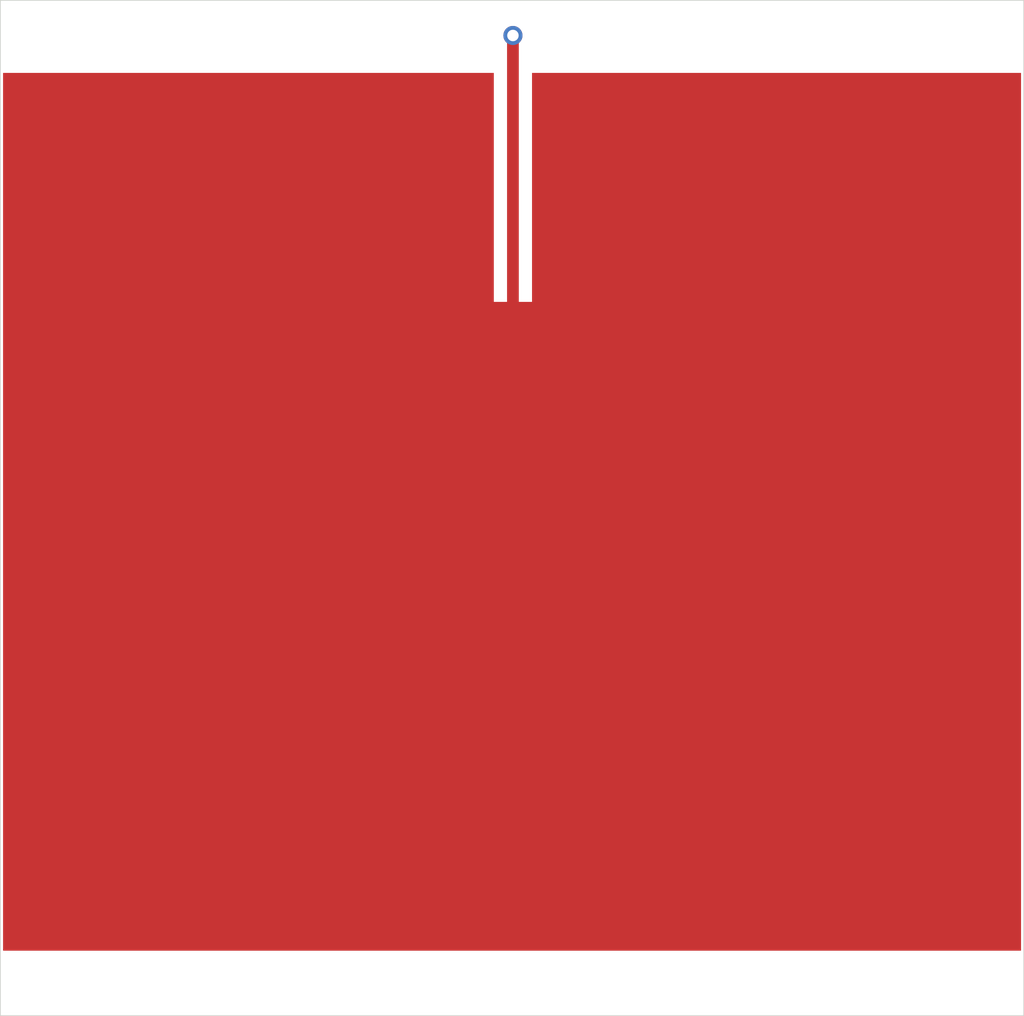
<source format=kicad_pcb>
(kicad_pcb (version 20170123) (host pcbnew no-vcs-found-7587~57~ubuntu14.04.1)

  (general
    (links 0)
    (no_connects 0)
    (area 21.949999 20.449999 156.050001 153.550001)
    (thickness 1.6)
    (drawings 4)
    (tracks 0)
    (zones 0)
    (modules 5)
    (nets 2)
  )

  (page A0)
  (layers
    (0 F.Cu signal)
    (31 B.Cu signal hide)
    (40 Dwgs.User user)
    (44 Edge.Cuts user)
  )

  (setup
    (last_trace_width 0.2)
    (trace_clearance 0.2)
    (zone_clearance 0.508)
    (zone_45_only no)
    (trace_min 0.2)
    (segment_width 0.2)
    (edge_width 0.15)
    (via_size 0.8)
    (via_drill 0.4)
    (via_min_size 0.4)
    (via_min_drill 0.3)
    (uvia_size 0.3)
    (uvia_drill 0.1)
    (uvias_allowed no)
    (uvia_min_size 0.2)
    (uvia_min_drill 0.1)
    (pcb_text_width 0.3)
    (pcb_text_size 1.5 1.5)
    (mod_edge_width 0.15)
    (mod_text_size 1 1)
    (mod_text_width 0.15)
    (pad_size 3.2 3.2)
    (pad_drill 3.2)
    (pad_to_mask_clearance 0.2)
    (aux_axis_origin 0 0)
    (visible_elements FFFFFF7F)
    (pcbplotparams
      (layerselection 0x01000_7fffffff)
      (usegerberextensions true)
      (excludeedgelayer true)
      (linewidth 0.100000)
      (plotframeref false)
      (viasonmask false)
      (mode 1)
      (useauxorigin false)
      (hpglpennumber 1)
      (hpglpenspeed 20)
      (hpglpendiameter 15)
      (psnegative false)
      (psa4output false)
      (plotreference false)
      (plotvalue false)
      (plotinvisibletext false)
      (padsonsilk false)
      (subtractmaskfromsilk false)
      (outputformat 1)
      (mirror false)
      (drillshape 0)
      (scaleselection 1)
      (outputdirectory ""))
  )

  (net 0 "")
  (net 1 Antennas)

  (net_class Default ""
    (clearance 0.2)
    (trace_width 0.2)
    (via_dia 0.8)
    (via_drill 0.4)
    (uvia_dia 0.3)
    (uvia_drill 0.1)
    (add_net Antennas)
  )

  (module X0 (layer F.Cu) (tedit 58991E37) (tstamp 588AD8C3)
    (at 27 148.5)
    (fp_text reference "" (at 0 0) (layer F.SilkS)
      (effects (font (thickness 0.15)))
    )
    (fp_text value "" (at 0 0) (layer F.SilkS)
      (effects (font (thickness 0.15)))
    )
    (pad "" np_thru_hole circle (at 0 0) (size 3.2 3.2) (drill 3.2) (layers *.Cu *.Mask)
      (zone_connect 2))
  )

  (module X0 (layer F.Cu) (tedit 58991E3C) (tstamp 588AD8BD)
    (at 151 148.5)
    (fp_text reference "" (at 0 0) (layer F.SilkS)
      (effects (font (thickness 0.15)))
    )
    (fp_text value "" (at 0 0) (layer F.SilkS)
      (effects (font (thickness 0.15)))
    )
    (pad "" np_thru_hole circle (at 0 0) (size 3.2 3.2) (drill 3.2) (layers *.Cu *.Mask)
      (zone_connect 2))
  )

  (module X0 (layer F.Cu) (tedit 58991E2E) (tstamp 588AD896)
    (at 151 25.5)
    (fp_text reference "" (at 0 0) (layer F.SilkS)
      (effects (font (thickness 0.15)))
    )
    (fp_text value "" (at 0 0) (layer F.SilkS)
      (effects (font (thickness 0.15)))
    )
    (pad "" np_thru_hole circle (at 0 0) (size 3.2 3.2) (drill 3.2) (layers *.Cu *.Mask)
      (zone_connect 2))
  )

  (module X0 (layer F.Cu) (tedit 58991E22) (tstamp 588AD830)
    (at 27 25.5)
    (fp_text reference "" (at 0 0) (layer F.SilkS)
      (effects (font (thickness 0.15)))
    )
    (fp_text value "" (at 0 0) (layer F.SilkS)
      (effects (font (thickness 0.15)))
    )
    (pad "" np_thru_hole circle (at 0 0) (size 3.2 3.2) (drill 3.2) (layers *.Cu *.Mask)
      (zone_connect 2))
  )

  (module X0 (layer F.Cu) (tedit 0) (tstamp 0)
    (at 89.115 25.1)
    (fp_text reference "" (at 0 0) (layer F.SilkS)
      (effects (font (thickness 0.15)))
    )
    (fp_text value "" (at 0 0) (layer F.SilkS)
      (effects (font (thickness 0.15)))
    )
    (pad 1 thru_hole circle (at 0 0) (size 2.5 2.5) (drill 1.5) (layers F.Cu)
      (net 1 Antennas) (zone_connect 2))
  )

  (gr_line (start 22 153.5) (end 22 20.5) (layer Edge.Cuts) (width 0.1))
  (gr_line (start 22 20.5) (end 156 20.5) (layer Edge.Cuts) (width 0.1))
  (gr_line (start 156 20.5) (end 156 153.5) (layer Edge.Cuts) (width 0.1))
  (gr_line (start 156 153.5) (end 22 153.5) (layer Edge.Cuts) (width 0.1))

  (zone (net 1) (net_name Antennas) (layer F.Cu) (tstamp 0) (hatch edge 0.5)
    (connect_pads (clearance 0.3))
    (min_thickness 0.05)
    (fill yes (arc_segments 32) (thermal_gap 0.3) (thermal_bridge_width 0.25))
    (polygon
      (pts
        (xy 89.885 60) (xy 91.615 60) (xy 91.615 30) (xy 155.9 30) (xy 155.9 145)
        (xy 22.1 145) (xy 22.1 30) (xy 86.615 30) (xy 86.615 60) (xy 88.345 60)
        (xy 88.345 25) (xy 89.885 25)
      )
    )
    (filled_polygon
      (pts
        (xy 89.86 60) (xy 89.86048 60.004877) (xy 89.861903 60.009567) (xy 89.864213 60.013889) (xy 89.867322 60.017678)
        (xy 89.871111 60.020787) (xy 89.875433 60.023097) (xy 89.880123 60.02452) (xy 89.885 60.025) (xy 91.615 60.025)
        (xy 91.619877 60.02452) (xy 91.624567 60.023097) (xy 91.628889 60.020787) (xy 91.632678 60.017678) (xy 91.635787 60.013889)
        (xy 91.638097 60.009567) (xy 91.63952 60.004877) (xy 91.64 60) (xy 91.64 30.025) (xy 155.625 30.025)
        (xy 155.625 144.975) (xy 22.375 144.975) (xy 22.375 30.025) (xy 86.59 30.025) (xy 86.59 60)
        (xy 86.59048 60.004877) (xy 86.591903 60.009567) (xy 86.594213 60.013889) (xy 86.597322 60.017678) (xy 86.601111 60.020787)
        (xy 86.605433 60.023097) (xy 86.610123 60.02452) (xy 86.615 60.025) (xy 88.345 60.025) (xy 88.349877 60.02452)
        (xy 88.354567 60.023097) (xy 88.358889 60.020787) (xy 88.362678 60.017678) (xy 88.365787 60.013889) (xy 88.368097 60.009567)
        (xy 88.36952 60.004877) (xy 88.37 60) (xy 88.37 25.025) (xy 89.86 25.025)
      )
    )
  )
  (zone (net 1) (net_name Antennas) (layer F.Cu) (tstamp 0) (hatch edge 0.5)
    (connect_pads (clearance 0.3))
    (min_thickness 0.05)
    (fill yes (arc_segments 32) (thermal_gap 0.3) (thermal_bridge_width 0.25))
    (polygon
      (pts
        (xy 88.615 24.5) (xy 88.615 25.5) (xy 89.615 25.5) (xy 89.615 24.5)
      )
    )
    (filled_polygon
      (pts
        (xy 89.59 25.475) (xy 88.64 25.475) (xy 88.64 24.525) (xy 89.59 24.525)
      )
    )
  )
)

</source>
